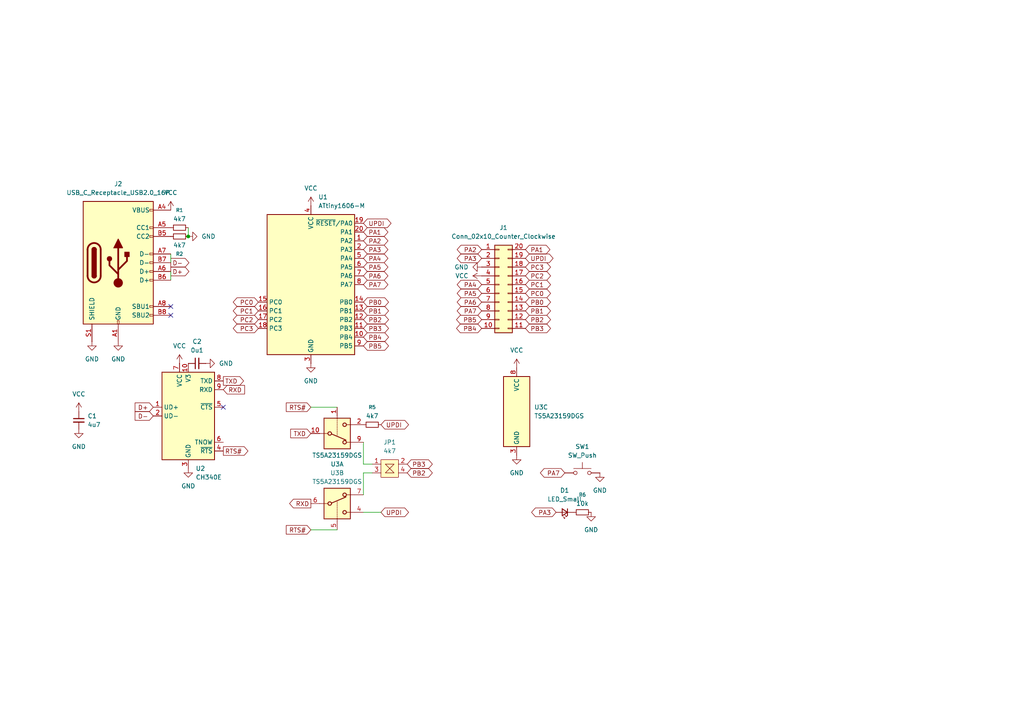
<source format=kicad_sch>
(kicad_sch (version 20250114) (generator "eeschema") (generator_version "9.0")
  (paper "A4")
  (lib_symbols
    (symbol "Analog_Switch:TS5A23159DGS"
      (property "Reference" "U" (at -5.08 8.89 0))
      (property "Value" "TS5A23159DGS" (at -5.08 6.985 0))
      (symbol "TS5A23159DGS_1_1"
        (polyline (pts (xy -5.08 0) (xy -2.794 0)))
        (rectangle (start -3.81 4.445) (end 3.81 -4.445) (stroke (width 0.254)) (fill (type background)))
        (circle (center -2.159 0) (radius 0.508) (stroke (width 0.254)))
        (polyline (pts (xy -1.651 0.127) (xy 2.54 1.905)) (stroke (width 0.254)))
        (polyline (pts (xy 0 0.254) (xy 0 0.508)))
        (polyline (pts (xy 0 -0.254) (xy 0 0)))
        (polyline (pts (xy 0 -0.762) (xy 0 -0.508)))
        (polyline (pts (xy 0 -1.27) (xy 0 -1.016)))
        (polyline (pts (xy 0 -1.778) (xy 0 -1.524)))
        (polyline (pts (xy 0 -2.286) (xy 0 -2.032)))
        (polyline (pts (xy 0 -2.794) (xy 0 -2.54)))
        (polyline (pts (xy 0 -3.302) (xy 0 -3.048)))
        (polyline (pts (xy 0 -3.81) (xy 0 -3.556)))
        (polyline (pts (xy 0 -4.318) (xy 0 -4.064)))
        (polyline (pts (xy 0 -5.08) (xy 0 -4.572)))
        (circle (center 2.159 2.54) (radius 0.508) (stroke (width 0.254)))
        (circle (center 2.159 -2.54) (radius 0.508) (stroke (width 0.254)))
        (polyline (pts (xy 5.08 2.54) (xy 2.794 2.54)))
        (polyline (pts (xy 5.08 -2.54) (xy 2.794 -2.54)))
        (pin passive line (at -7.62 0 0) (length 2.54) (name "~") (number "10"))
        (pin input line (at 0 -7.62 90) (length 2.54) (name "~") (number "1"))
        (pin passive line (at 7.62 2.54 180) (length 2.54) (name "~") (number "9"))
        (pin passive line (at 7.62 -2.54 180) (length 2.54) (name "~") (number "2"))
      )
      (symbol "TS5A23159DGS_2_1"
        (polyline (pts (xy -5.08 0) (xy -2.794 0)))
        (rectangle (start -3.81 4.445) (end 3.81 -4.445) (stroke (width 0.254)) (fill (type background)))
        (circle (center -2.159 0) (radius 0.508) (stroke (width 0.254)))
        (polyline (pts (xy -1.651 0.127) (xy 2.54 1.905)) (stroke (width 0.254)))
        (polyline (pts (xy 0 0.254) (xy 0 0.508)))
        (polyline (pts (xy 0 -0.254) (xy 0 0)))
        (polyline (pts (xy 0 -0.762) (xy 0 -0.508)))
        (polyline (pts (xy 0 -1.27) (xy 0 -1.016)))
        (polyline (pts (xy 0 -1.778) (xy 0 -1.524)))
        (polyline (pts (xy 0 -2.286) (xy 0 -2.032)))
        (polyline (pts (xy 0 -2.794) (xy 0 -2.54)))
        (polyline (pts (xy 0 -3.302) (xy 0 -3.048)))
        (polyline (pts (xy 0 -3.81) (xy 0 -3.556)))
        (polyline (pts (xy 0 -4.318) (xy 0 -4.064)))
        (polyline (pts (xy 0 -5.08) (xy 0 -4.572)))
        (circle (center 2.159 2.54) (radius 0.508) (stroke (width 0.254)))
        (circle (center 2.159 -2.54) (radius 0.508) (stroke (width 0.254)))
        (polyline (pts (xy 5.08 2.54) (xy 2.794 2.54)))
        (polyline (pts (xy 5.08 -2.54) (xy 2.794 -2.54)))
        (pin passive line (at -7.62 0 0) (length 2.54) (name "~") (number "6"))
        (pin input line (at 0 -7.62 90) (length 2.54) (name "~") (number "5"))
        (pin passive line (at 7.62 2.54 180) (length 2.54) (name "~") (number "7"))
        (pin passive line (at 7.62 -2.54 180) (length 2.54) (name "~") (number "4"))
      )
      (symbol "TS5A23159DGS_3_1"
        (rectangle (start -3.81 10.16) (end 3.81 -10.16) (stroke (width 0.254)) (fill (type background)))
        (pin power_in line (at 0 12.7 270) (length 2.54) (name "VCC") (number "8"))
        (pin power_in line (at 0 -12.7 90) (length 2.54) (name "GND") (number "3"))
      )
    )
    (symbol "Connector:USB_C_Receptacle_USB2.0_16P" (pin_names (offset 1.016))
      (property "Reference" "J" (at 0 22.225 0))
      (property "Value" "USB_C_Receptacle_USB2.0_16P" (at 0 19.685 0))
      (symbol "USB_C_Receptacle_USB2.0_16P_0_0"
        (rectangle (start -0.254 -17.78) (end 0.254 -16.764))
        (rectangle (start 10.16 15.494) (end 9.144 14.986))
        (rectangle (start 10.16 10.414) (end 9.144 9.906))
        (rectangle (start 10.16 7.874) (end 9.144 7.366))
        (rectangle (start 10.16 2.794) (end 9.144 2.286))
        (rectangle (start 10.16 0.254) (end 9.144 -0.254))
        (rectangle (start 10.16 -2.286) (end 9.144 -2.794))
        (rectangle (start 10.16 -4.826) (end 9.144 -5.334))
        (rectangle (start 10.16 -12.446) (end 9.144 -12.954))
        (rectangle (start 10.16 -14.986) (end 9.144 -15.494))
      )
      (symbol "USB_C_Receptacle_USB2.0_16P_0_1"
        (rectangle (start -10.16 17.78) (end 10.16 -17.78) (stroke (width 0.254)) (fill (type background)))
        (polyline (pts (xy -8.89 -3.81) (xy -8.89 3.81)) (stroke (width 0.508)))
        (rectangle (start -7.62 -3.81) (end -6.35 3.81) (stroke (width 0.254)) (fill (type outline)))
        (arc (start -7.62 3.81) (mid -6.985 4.4423) (end -6.35 3.81) (stroke (width 0.254)))
        (arc (start -7.62 3.81) (mid -6.985 4.4423) (end -6.35 3.81) (stroke (width 0.254)) (fill (type outline)))
        (arc (start -8.89 3.81) (mid -6.985 5.7067) (end -5.08 3.81) (stroke (width 0.508)))
        (arc (start -5.08 -3.81) (mid -6.985 -5.7067) (end -8.89 -3.81) (stroke (width 0.508)))
        (arc (start -6.35 -3.81) (mid -6.985 -4.4423) (end -7.62 -3.81) (stroke (width 0.254)))
        (arc (start -6.35 -3.81) (mid -6.985 -4.4423) (end -7.62 -3.81) (stroke (width 0.254)) (fill (type outline)))
        (polyline (pts (xy -5.08 3.81) (xy -5.08 -3.81)) (stroke (width 0.508)))
        (circle (center -2.54 1.143) (radius 0.635) (stroke (width 0.254)) (fill (type outline)))
        (polyline (pts (xy -1.27 4.318) (xy 0 6.858) (xy 1.27 4.318) (xy -1.27 4.318)) (stroke (width 0.254)) (fill (type outline)))
        (polyline (pts (xy 0 -2.032) (xy 2.54 0.508) (xy 2.54 1.778)) (stroke (width 0.508)))
        (polyline (pts (xy 0 -3.302) (xy -2.54 -0.762) (xy -2.54 0.508)) (stroke (width 0.508)))
        (polyline (pts (xy 0 -5.842) (xy 0 4.318)) (stroke (width 0.508)))
        (circle (center 0 -5.842) (radius 1.27) (fill (type outline)))
        (rectangle (start 1.905 1.778) (end 3.175 3.048) (stroke (width 0.254)) (fill (type outline)))
      )
      (symbol "USB_C_Receptacle_USB2.0_16P_1_1"
        (pin passive line (at -7.62 -22.86 90) (length 5.08) (name "SHIELD") (number "S1"))
        (pin passive line (at 0 -22.86 90) (length 5.08) (name "GND") (number "A1"))
        (pin passive line (at 0 -22.86 90) (length 5.08) (hide yes) (name "GND") (number "A12"))
        (pin passive line (at 0 -22.86 90) (length 5.08) (hide yes) (name "GND") (number "B1"))
        (pin passive line (at 0 -22.86 90) (length 5.08) (hide yes) (name "GND") (number "B12"))
        (pin passive line (at 15.24 15.24 180) (length 5.08) (name "VBUS") (number "A4"))
        (pin passive line (at 15.24 15.24 180) (length 5.08) (hide yes) (name "VBUS") (number "A9"))
        (pin passive line (at 15.24 15.24 180) (length 5.08) (hide yes) (name "VBUS") (number "B4"))
        (pin passive line (at 15.24 15.24 180) (length 5.08) (hide yes) (name "VBUS") (number "B9"))
        (pin bidirectional line (at 15.24 10.16 180) (length 5.08) (name "CC1") (number "A5"))
        (pin bidirectional line (at 15.24 7.62 180) (length 5.08) (name "CC2") (number "B5"))
        (pin bidirectional line (at 15.24 2.54 180) (length 5.08) (name "D-") (number "A7"))
        (pin bidirectional line (at 15.24 0 180) (length 5.08) (name "D-") (number "B7"))
        (pin bidirectional line (at 15.24 -2.54 180) (length 5.08) (name "D+") (number "A6"))
        (pin bidirectional line (at 15.24 -5.08 180) (length 5.08) (name "D+") (number "B6"))
        (pin bidirectional line (at 15.24 -12.7 180) (length 5.08) (name "SBU1") (number "A8"))
        (pin bidirectional line (at 15.24 -15.24 180) (length 5.08) (name "SBU2") (number "B8"))
      )
    )
    (symbol "Connector_Generic:Conn_02x10_Counter_Clockwise" (pin_names (offset 1.016) (hide yes))
      (property "Reference" "J" (at 1.27 12.7 0))
      (property "Value" "Conn_02x10_Counter_Clockwise" (at 1.27 -15.24 0))
      (symbol "Conn_02x10_Counter_Clockwise_1_1"
        (rectangle (start -1.27 11.43) (end 3.81 -13.97) (stroke (width 0.254)) (fill (type background)))
        (rectangle (start -1.27 10.287) (end 0 10.033) (stroke (width 0.1524)))
        (rectangle (start -1.27 7.747) (end 0 7.493) (stroke (width 0.1524)))
        (rectangle (start -1.27 5.207) (end 0 4.953) (stroke (width 0.1524)))
        (rectangle (start -1.27 2.667) (end 0 2.413) (stroke (width 0.1524)))
        (rectangle (start -1.27 0.127) (end 0 -0.127) (stroke (width 0.1524)))
        (rectangle (start -1.27 -2.413) (end 0 -2.667) (stroke (width 0.1524)))
        (rectangle (start -1.27 -4.953) (end 0 -5.207) (stroke (width 0.1524)))
        (rectangle (start -1.27 -7.493) (end 0 -7.747) (stroke (width 0.1524)))
        (rectangle (start -1.27 -10.033) (end 0 -10.287) (stroke (width 0.1524)))
        (rectangle (start -1.27 -12.573) (end 0 -12.827) (stroke (width 0.1524)))
        (rectangle (start 3.81 10.287) (end 2.54 10.033) (stroke (width 0.1524)))
        (rectangle (start 3.81 7.747) (end 2.54 7.493) (stroke (width 0.1524)))
        (rectangle (start 3.81 5.207) (end 2.54 4.953) (stroke (width 0.1524)))
        (rectangle (start 3.81 2.667) (end 2.54 2.413) (stroke (width 0.1524)))
        (rectangle (start 3.81 0.127) (end 2.54 -0.127) (stroke (width 0.1524)))
        (rectangle (start 3.81 -2.413) (end 2.54 -2.667) (stroke (width 0.1524)))
        (rectangle (start 3.81 -4.953) (end 2.54 -5.207) (stroke (width 0.1524)))
        (rectangle (start 3.81 -7.493) (end 2.54 -7.747) (stroke (width 0.1524)))
        (rectangle (start 3.81 -10.033) (end 2.54 -10.287) (stroke (width 0.1524)))
        (rectangle (start 3.81 -12.573) (end 2.54 -12.827) (stroke (width 0.1524)))
        (pin passive line (at -5.08 10.16 0) (length 3.81) (name "Pin_1") (number "1"))
        (pin passive line (at -5.08 7.62 0) (length 3.81) (name "Pin_2") (number "2"))
        (pin passive line (at -5.08 5.08 0) (length 3.81) (name "Pin_3") (number "3"))
        (pin passive line (at -5.08 2.54 0) (length 3.81) (name "Pin_4") (number "4"))
        (pin passive line (at -5.08 0 0) (length 3.81) (name "Pin_5") (number "5"))
        (pin passive line (at -5.08 -2.54 0) (length 3.81) (name "Pin_6") (number "6"))
        (pin passive line (at -5.08 -5.08 0) (length 3.81) (name "Pin_7") (number "7"))
        (pin passive line (at -5.08 -7.62 0) (length 3.81) (name "Pin_8") (number "8"))
        (pin passive line (at -5.08 -10.16 0) (length 3.81) (name "Pin_9") (number "9"))
        (pin passive line (at -5.08 -12.7 0) (length 3.81) (name "Pin_10") (number "10"))
        (pin passive line (at 7.62 10.16 180) (length 3.81) (name "Pin_20") (number "20"))
        (pin passive line (at 7.62 7.62 180) (length 3.81) (name "Pin_19") (number "19"))
        (pin passive line (at 7.62 5.08 180) (length 3.81) (name "Pin_18") (number "18"))
        (pin passive line (at 7.62 2.54 180) (length 3.81) (name "Pin_17") (number "17"))
        (pin passive line (at 7.62 0 180) (length 3.81) (name "Pin_16") (number "16"))
        (pin passive line (at 7.62 -2.54 180) (length 3.81) (name "Pin_15") (number "15"))
        (pin passive line (at 7.62 -5.08 180) (length 3.81) (name "Pin_14") (number "14"))
        (pin passive line (at 7.62 -7.62 180) (length 3.81) (name "Pin_13") (number "13"))
        (pin passive line (at 7.62 -10.16 180) (length 3.81) (name "Pin_12") (number "12"))
        (pin passive line (at 7.62 -12.7 180) (length 3.81) (name "Pin_11") (number "11"))
      )
    )
    (symbol "Device:C_Small" (pin_numbers (hide yes)) (pin_names (offset 0.254) (hide yes))
      (property "Reference" "C" (at 0.254 1.778 0))
      (property "Value" "C_Small" (at 0.254 -2.032 0))
      (symbol "C_Small_0_1"
        (polyline (pts (xy -1.524 0.508) (xy 1.524 0.508)) (stroke (width 0.3048)))
        (polyline (pts (xy -1.524 -0.508) (xy 1.524 -0.508)) (stroke (width 0.3302)))
      )
      (symbol "C_Small_1_1"
        (pin passive line (at 0 2.54 270) (length 2.032) (name "~") (number "1"))
        (pin passive line (at 0 -2.54 90) (length 2.032) (name "~") (number "2"))
      )
    )
    (symbol "Device:LED_Small" (pin_numbers (hide yes)) (pin_names (offset 0.254) (hide yes))
      (property "Reference" "D" (at -1.27 3.175 0))
      (property "Value" "LED_Small" (at -4.445 -2.54 0))
      (symbol "LED_Small_0_1"
        (polyline (pts (xy -0.762 -1.016) (xy -0.762 1.016)) (stroke (width 0.254)))
        (polyline (pts (xy 0 0.762) (xy -0.508 1.27) (xy -0.254 1.27) (xy -0.508 1.27) (xy -0.508 1.016)))
        (polyline (pts (xy 0.508 1.27) (xy 0 1.778) (xy 0.254 1.778) (xy 0 1.778) (xy 0 1.524)))
        (polyline (pts (xy 0.762 -1.016) (xy -0.762 0) (xy 0.762 1.016) (xy 0.762 -1.016)) (stroke (width 0.254)))
        (polyline (pts (xy 1.016 0) (xy -0.762 0)))
      )
      (symbol "LED_Small_1_1"
        (pin passive line (at -2.54 0 0) (length 1.778) (name "K") (number "1"))
        (pin passive line (at 2.54 0 180) (length 1.778) (name "A") (number "2"))
      )
    )
    (symbol "Device:R_Small" (pin_numbers (hide yes)) (pin_names (offset 0.254) (hide yes))
      (property "Reference" "R" (at 0 0 90))
      (property "Value" "R_Small" (at 1.778 0 90))
      (symbol "R_Small_0_1"
        (rectangle (start -0.762 1.778) (end 0.762 -1.778) (stroke (width 0.2032)))
      )
      (symbol "R_Small_1_1"
        (pin passive line (at 0 2.54 270) (length 0.762) (name "~") (number "1"))
        (pin passive line (at 0 -2.54 90) (length 0.762) (name "~") (number "2"))
      )
    )
    (symbol "Interface_USB:CH340E"
      (property "Reference" "U" (at -5.08 13.97 0))
      (property "Value" "CH340E" (at 1.27 13.97 0))
      (symbol "CH340E_0_1"
        (rectangle (start -7.62 12.7) (end 7.62 -12.7) (stroke (width 0.254)) (fill (type background)))
      )
      (symbol "CH340E_1_1"
        (pin bidirectional line (at -10.16 2.54 0) (length 2.54) (name "UD+") (number "1"))
        (pin bidirectional line (at -10.16 0 0) (length 2.54) (name "UD-") (number "2"))
        (pin power_in line (at -2.54 15.24 270) (length 2.54) (name "VCC") (number "7"))
        (pin power_out line (at 0 15.24 270) (length 2.54) (name "V3") (number "10"))
        (pin power_in line (at 0 -15.24 90) (length 2.54) (name "GND") (number "3"))
        (pin output line (at 10.16 10.16 180) (length 2.54) (name "TXD") (number "8"))
        (pin input line (at 10.16 7.62 180) (length 2.54) (name "RXD") (number "9"))
        (pin input line (at 10.16 2.54 180) (length 2.54) (name "~{CTS}") (number "5"))
        (pin output line (at 10.16 -7.62 180) (length 2.54) (name "TNOW") (number "6"))
        (pin output line (at 10.16 -10.16 180) (length 2.54) (name "~{RTS}") (number "4"))
      )
    )
    (symbol "Library:pokayoke"
      (property "Reference" "JP" (at 1.27 3.81 0))
      (property "Value" "pokayoke" (at 1.27 2.54 0))
      (symbol "pokayoke_0_1"
        (polyline (pts (xy 0 0) (xy 2.54 0) (xy 0 -2.54) (xy 2.54 -2.54) (xy 0 0)))
        (polyline (pts (xy 0 -2.54) (xy 0 -2.54)))
      )
      (symbol "pokayoke_1_1"
        (rectangle (start -1.27 1.27) (end 3.81 -3.81) (fill (type background)))
        (pin bidirectional line (at -3.81 0 0) (length 2.54) (name "") (number "1"))
        (pin bidirectional line (at -3.81 -2.54 0) (length 2.54) (name "") (number "3"))
        (pin bidirectional line (at 6.35 0 180) (length 2.54) (name "") (number "2"))
        (pin bidirectional line (at 6.35 -2.54 180) (length 2.54) (name "") (number "4"))
      )
    )
    (symbol "MCU_Microchip_ATtiny:ATtiny1606-M"
      (property "Reference" "U" (at -12.7 21.59 0))
      (property "Value" "ATtiny1606-M" (at 2.54 -21.59 0))
      (symbol "ATtiny1606-M_0_1"
        (rectangle (start -12.7 -20.32) (end 12.7 20.32) (stroke (width 0.254)) (fill (type background)))
      )
      (symbol "ATtiny1606-M_1_1"
        (pin bidirectional line (at -15.24 -5.08 0) (length 2.54) (name "PC0") (number "15"))
        (pin bidirectional line (at -15.24 -7.62 0) (length 2.54) (name "PC1") (number "16"))
        (pin bidirectional line (at -15.24 -10.16 0) (length 2.54) (name "PC2") (number "17"))
        (pin bidirectional line (at -15.24 -12.7 0) (length 2.54) (name "PC3") (number "18"))
        (pin power_in line (at 0 22.86 270) (length 2.54) (name "VCC") (number "4"))
        (pin passive line (at 0 -22.86 90) (length 2.54) (hide yes) (name "GND") (number "21"))
        (pin power_in line (at 0 -22.86 90) (length 2.54) (name "GND") (number "3"))
        (pin bidirectional line (at 15.24 17.78 180) (length 2.54) (name "~{RESET}/PA0") (number "19"))
        (pin bidirectional line (at 15.24 15.24 180) (length 2.54) (name "PA1") (number "20"))
        (pin bidirectional line (at 15.24 12.7 180) (length 2.54) (name "PA2") (number "1"))
        (pin bidirectional line (at 15.24 10.16 180) (length 2.54) (name "PA3") (number "2"))
        (pin bidirectional line (at 15.24 7.62 180) (length 2.54) (name "PA4") (number "5"))
        (pin bidirectional line (at 15.24 5.08 180) (length 2.54) (name "PA5") (number "6"))
        (pin bidirectional line (at 15.24 2.54 180) (length 2.54) (name "PA6") (number "7"))
        (pin bidirectional line (at 15.24 0 180) (length 2.54) (name "PA7") (number "8"))
        (pin bidirectional line (at 15.24 -5.08 180) (length 2.54) (name "PB0") (number "14"))
        (pin bidirectional line (at 15.24 -7.62 180) (length 2.54) (name "PB1") (number "13"))
        (pin bidirectional line (at 15.24 -10.16 180) (length 2.54) (name "PB2") (number "12"))
        (pin bidirectional line (at 15.24 -12.7 180) (length 2.54) (name "PB3") (number "11"))
        (pin bidirectional line (at 15.24 -15.24 180) (length 2.54) (name "PB4") (number "10"))
        (pin bidirectional line (at 15.24 -17.78 180) (length 2.54) (name "PB5") (number "9"))
      )
    )
    (symbol "Switch:SW_Push" (pin_numbers (hide yes)) (pin_names (offset 1.016) (hide yes))
      (property "Reference" "SW" (at 1.27 2.54 0))
      (property "Value" "SW_Push" (at 0 -1.524 0))
      (symbol "SW_Push_0_1"
        (circle (center -2.032 0) (radius 0.508))
        (polyline (pts (xy 0 1.27) (xy 0 3.048)))
        (circle (center 2.032 0) (radius 0.508))
        (polyline (pts (xy 2.54 1.27) (xy -2.54 1.27)))
        (pin passive line (at -5.08 0 0) (length 2.54) (name "1") (number "1"))
        (pin passive line (at 5.08 0 180) (length 2.54) (name "2") (number "2"))
      )
    )
    (symbol "power:GND" (power) (pin_numbers (hide yes)) (pin_names (offset 0) (hide yes))
      (property "Value" "GND" (at 0 -3.81 0))
      (symbol "GND_0_1"
        (polyline (pts (xy 0 0) (xy 0 -1.27) (xy 1.27 -1.27) (xy 0 -2.54) (xy -1.27 -1.27) (xy 0 -1.27)))
      )
      (symbol "GND_1_1"
        (pin power_in line (at 0 0 270) (length 0) (name "~") (number "1"))
      )
    )
    (symbol "power:VCC" (power) (pin_numbers (hide yes)) (pin_names (offset 0) (hide yes))
      (property "Value" "VCC" (at 0 3.556 0))
      (symbol "VCC_0_1"
        (polyline (pts (xy -0.762 1.27) (xy 0 2.54)))
        (polyline (pts (xy 0 2.54) (xy 0.762 1.27)))
        (polyline (pts (xy 0 0) (xy 0 2.54)))
      )
      (symbol "VCC_1_1"
        (pin power_in line (at 0 0 90) (length 0) (name "~") (number "1"))
      )
    )
  )
  (junction (at 54.61 68.58))
  (no_connect (at 49.53 91.44))
  (no_connect (at 64.77 118.11))
  (no_connect (at 49.53 88.9))
  (wire (pts (xy 105.41 128.27) (xy 105.41 134.62)))
  (wire (pts (xy 49.53 73.66) (xy 49.53 76.2)))
  (wire (pts (xy 110.49 148.59) (xy 105.41 148.59)))
  (wire (pts (xy 49.53 78.74) (xy 49.53 81.28)))
  (wire (pts (xy 90.17 153.67) (xy 97.79 153.67)))
  (wire (pts (xy 90.17 118.11) (xy 97.79 118.11)))
  (wire (pts (xy 105.41 137.16) (xy 107.95 137.16)))
  (wire (pts (xy 105.41 134.62) (xy 107.95 134.62)))
  (wire (pts (xy 54.61 66.04) (xy 54.61 68.58)))
  (wire (pts (xy 105.41 143.51) (xy 105.41 137.16)))
  (global_label "PB5" (shape bidirectional) (at 105.41 100.33 0) (property "Intersheetrefs" "${INTERSHEET_REFS}" (effects (hide yes))))
  (global_label "D+" (shape input) (at 44.45 118.11 180) (property "Intersheetrefs" "${INTERSHEET_REFS}" (effects (hide yes))))
  (global_label "UPDI" (shape bidirectional) (at 110.49 123.19 0) (property "Intersheetrefs" "${INTERSHEET_REFS}" (effects (hide yes))))
  (global_label "PC2" (shape bidirectional) (at 152.4 80.01 0) (property "Intersheetrefs" "${INTERSHEET_REFS}" (effects (hide yes))))
  (global_label "PB3" (shape bidirectional) (at 152.4 95.25 0) (property "Intersheetrefs" "${INTERSHEET_REFS}" (effects (hide yes))))
  (global_label "PA7" (shape bidirectional) (at 105.41 82.55 0) (property "Intersheetrefs" "${INTERSHEET_REFS}" (effects (hide yes))))
  (global_label "RTS#" (shape output) (at 64.77 130.81 0) (property "Intersheetrefs" "${INTERSHEET_REFS}" (effects (hide yes))))
  (global_label "TXD" (shape output) (at 64.77 110.49 0) (property "Intersheetrefs" "${INTERSHEET_REFS}" (effects (hide yes))))
  (global_label "PB1" (shape bidirectional) (at 152.4 90.17 0) (property "Intersheetrefs" "${INTERSHEET_REFS}" (effects (hide yes))))
  (global_label "UPDI" (shape bidirectional) (at 152.4 74.93 0) (property "Intersheetrefs" "${INTERSHEET_REFS}" (effects (hide yes))))
  (global_label "RXD" (shape output) (at 90.17 146.05 180) (property "Intersheetrefs" "${INTERSHEET_REFS}" (effects (hide yes))))
  (global_label "PB3" (shape bidirectional) (at 105.41 95.25 0) (property "Intersheetrefs" "${INTERSHEET_REFS}" (effects (hide yes))))
  (global_label "PB2" (shape bidirectional) (at 118.11 137.16 0) (property "Intersheetrefs" "${INTERSHEET_REFS}" (effects (hide yes))))
  (global_label "PA6" (shape bidirectional) (at 105.41 80.01 0) (property "Intersheetrefs" "${INTERSHEET_REFS}" (effects (hide yes))))
  (global_label "PA6" (shape bidirectional) (at 139.7 87.63 180) (property "Intersheetrefs" "${INTERSHEET_REFS}" (effects (hide yes))))
  (global_label "TXD" (shape input) (at 90.17 125.73 180) (property "Intersheetrefs" "${INTERSHEET_REFS}" (effects (hide yes))))
  (global_label "PC0" (shape bidirectional) (at 74.93 87.63 180) (property "Intersheetrefs" "${INTERSHEET_REFS}" (effects (hide yes))))
  (global_label "D-" (shape input) (at 44.45 120.65 180) (property "Intersheetrefs" "${INTERSHEET_REFS}" (effects (hide yes))))
  (global_label "PC3" (shape bidirectional) (at 152.4 77.47 0) (property "Intersheetrefs" "${INTERSHEET_REFS}" (effects (hide yes))))
  (global_label "PC0" (shape bidirectional) (at 152.4 85.09 0) (property "Intersheetrefs" "${INTERSHEET_REFS}" (effects (hide yes))))
  (global_label "PB2" (shape bidirectional) (at 105.41 92.71 0) (property "Intersheetrefs" "${INTERSHEET_REFS}" (effects (hide yes))))
  (global_label "PA2" (shape bidirectional) (at 139.7 72.39 180) (property "Intersheetrefs" "${INTERSHEET_REFS}" (effects (hide yes))))
  (global_label "PC1" (shape bidirectional) (at 152.4 82.55 0) (property "Intersheetrefs" "${INTERSHEET_REFS}" (effects (hide yes))))
  (global_label "PA1" (shape bidirectional) (at 105.41 67.31 0) (property "Intersheetrefs" "${INTERSHEET_REFS}" (effects (hide yes))))
  (global_label "PA1" (shape bidirectional) (at 152.4 72.39 0) (property "Intersheetrefs" "${INTERSHEET_REFS}" (effects (hide yes))))
  (global_label "PC3" (shape bidirectional) (at 74.93 95.25 180) (property "Intersheetrefs" "${INTERSHEET_REFS}" (effects (hide yes))))
  (global_label "PA4" (shape bidirectional) (at 105.41 74.93 0) (property "Intersheetrefs" "${INTERSHEET_REFS}" (effects (hide yes))))
  (global_label "PB4" (shape bidirectional) (at 139.7 95.25 180) (property "Intersheetrefs" "${INTERSHEET_REFS}" (effects (hide yes))))
  (global_label "PA5" (shape bidirectional) (at 105.41 77.47 0) (property "Intersheetrefs" "${INTERSHEET_REFS}" (effects (hide yes))))
  (global_label "PA2" (shape bidirectional) (at 105.41 69.85 0) (property "Intersheetrefs" "${INTERSHEET_REFS}" (effects (hide yes))))
  (global_label "PA7" (shape bidirectional) (at 163.83 137.16 180) (property "Intersheetrefs" "${INTERSHEET_REFS}" (effects (hide yes))))
  (global_label "RTS#" (shape input) (at 90.17 153.67 180) (property "Intersheetrefs" "${INTERSHEET_REFS}" (effects (hide yes))))
  (global_label "PB1" (shape bidirectional) (at 105.41 90.17 0) (property "Intersheetrefs" "${INTERSHEET_REFS}" (effects (hide yes))))
  (global_label "PB4" (shape bidirectional) (at 105.41 97.79 0) (property "Intersheetrefs" "${INTERSHEET_REFS}" (effects (hide yes))))
  (global_label "RXD" (shape input) (at 64.77 113.03 0) (property "Intersheetrefs" "${INTERSHEET_REFS}" (effects (hide yes))))
  (global_label "PB3" (shape bidirectional) (at 118.11 134.62 0) (property "Intersheetrefs" "${INTERSHEET_REFS}" (effects (hide yes))))
  (global_label "PB0" (shape bidirectional) (at 152.4 87.63 0) (property "Intersheetrefs" "${INTERSHEET_REFS}" (effects (hide yes))))
  (global_label "PB0" (shape bidirectional) (at 105.41 87.63 0) (property "Intersheetrefs" "${INTERSHEET_REFS}" (effects (hide yes))))
  (global_label "PB5" (shape bidirectional) (at 139.7 92.71 180) (property "Intersheetrefs" "${INTERSHEET_REFS}" (effects (hide yes))))
  (global_label "PC1" (shape bidirectional) (at 74.93 90.17 180) (property "Intersheetrefs" "${INTERSHEET_REFS}" (effects (hide yes))))
  (global_label "RTS#" (shape input) (at 90.17 118.11 180) (property "Intersheetrefs" "${INTERSHEET_REFS}" (effects (hide yes))))
  (global_label "PA5" (shape bidirectional) (at 139.7 85.09 180) (property "Intersheetrefs" "${INTERSHEET_REFS}" (effects (hide yes))))
  (global_label "UPDI" (shape bidirectional) (at 110.49 148.59 0) (property "Intersheetrefs" "${INTERSHEET_REFS}" (effects (hide yes))))
  (global_label "PA7" (shape bidirectional) (at 139.7 90.17 180) (property "Intersheetrefs" "${INTERSHEET_REFS}" (effects (hide yes))))
  (global_label "PA3" (shape bidirectional) (at 105.41 72.39 0) (property "Intersheetrefs" "${INTERSHEET_REFS}" (effects (hide yes))))
  (global_label "PB2" (shape bidirectional) (at 152.4 92.71 0) (property "Intersheetrefs" "${INTERSHEET_REFS}" (effects (hide yes))))
  (global_label "D+" (shape output) (at 49.53 78.74 0) (property "Intersheetrefs" "${INTERSHEET_REFS}" (effects (hide yes))))
  (global_label "D-" (shape output) (at 49.53 76.2 0) (property "Intersheetrefs" "${INTERSHEET_REFS}" (effects (hide yes))))
  (global_label "PA3" (shape bidirectional) (at 139.7 74.93 180) (property "Intersheetrefs" "${INTERSHEET_REFS}" (effects (hide yes))))
  (global_label "UPDI" (shape bidirectional) (at 105.41 64.77 0) (property "Intersheetrefs" "${INTERSHEET_REFS}" (effects (hide yes))))
  (global_label "PA3" (shape bidirectional) (at 161.29 148.59 180) (property "Intersheetrefs" "${INTERSHEET_REFS}" (effects (hide yes))))
  (global_label "PC2" (shape bidirectional) (at 74.93 92.71 180) (property "Intersheetrefs" "${INTERSHEET_REFS}" (effects (hide yes))))
  (global_label "PA4" (shape bidirectional) (at 139.7 82.55 180) (property "Intersheetrefs" "${INTERSHEET_REFS}" (effects (hide yes))))
  (symbol (lib_id "power:GND") (at 54.61 68.58 90) (unit 1)
    (property "Reference" "#PWR08" (effects (hide yes)))
    (property "Value" "GND" (at 58.42 68.5799 90) (effects (justify right)))
    (property "Description" "Power symbol creates a global label with name \"GND\" , ground" (effects (hide yes)))
  )
  (symbol (lib_id "power:GND") (at 173.99 137.16 0) (unit 1)
    (property "Reference" "#PWR017" (effects (hide yes)))
    (property "Value" "GND" (at 173.99 142.24 0))
    (property "Description" "Power symbol creates a global label with name \"GND\" , ground" (effects (hide yes)))
  )
  (symbol (lib_id "power:GND") (at 54.61 135.89 0) (unit 1)
    (property "Reference" "#PWR012" (effects (hide yes)))
    (property "Value" "GND" (at 54.61 140.97 0))
    (property "Description" "Power symbol creates a global label with name \"GND\" , ground" (effects (hide yes)))
  )
  (symbol (lib_id "power:GND") (at 59.69 105.41 90) (unit 1)
    (property "Reference" "#PWR013" (effects (hide yes)))
    (property "Value" "GND" (at 63.5 105.4099 90) (effects (justify right)))
    (property "Description" "Power symbol creates a global label with name \"GND\" , ground" (effects (hide yes)))
  )
  (symbol (lib_id "power:GND") (at 171.45 148.59 0) (unit 1)
    (property "Reference" "#PWR016" (effects (hide yes)))
    (property "Value" "GND" (at 171.45 153.67 0))
    (property "Description" "Power symbol creates a global label with name \"GND\" , ground" (effects (hide yes)))
  )
  (symbol (lib_id "power:VCC") (at 139.7 80.01 90) (unit 1)
    (property "Reference" "#PWR02" (effects (hide yes)))
    (property "Value" "VCC" (at 135.89 80.0099 90) (effects (justify left)))
    (property "Description" "Power symbol creates a global label with name \"VCC\"" (effects (hide yes)))
  )
  (symbol (lib_id "power:VCC") (at 22.86 119.38 0) (unit 1)
    (property "Reference" "#PWR09" (effects (hide yes)))
    (property "Value" "VCC" (at 22.86 114.3 0))
    (property "Description" "Power symbol creates a global label with name \"VCC\"" (effects (hide yes)))
  )
  (symbol (lib_id "Analog_Switch:TS5A23159DGS") (at 97.79 125.73 0) (mirror x) (unit 1)
    (property "Reference" "U3" (at 97.79 134.62 0))
    (property "Value" "TS5A23159DGS" (at 97.79 132.08 0))
    (property "Footprint" "Package_SO:VSSOP-10_3x3mm_P0.5mm" (effects (hide yes)))
    (property "Datasheet" "http://www.ti.com/lit/ds/symlink/ts5a23159.pdf" (effects (hide yes)))
    (property "Description" "Dual SPDT 1ohm Bidirectional Analog Switch with Off protection, VSSOP-10" (effects (hide yes)))
  )
  (symbol (lib_id "power:VCC") (at 149.86 106.68 0) (unit 1)
    (property "Reference" "#PWR014" (effects (hide yes)))
    (property "Value" "VCC" (at 149.86 101.6 0))
    (property "Description" "Power symbol creates a global label with name \"VCC\"" (effects (hide yes)))
  )
  (symbol (lib_id "power:GND") (at 22.86 124.46 0) (unit 1)
    (property "Reference" "#PWR010" (effects (hide yes)))
    (property "Value" "GND" (at 22.86 129.54 0))
    (property "Description" "Power symbol creates a global label with name \"GND\" , ground" (effects (hide yes)))
  )
  (symbol (lib_id "Analog_Switch:TS5A23159DGS") (at 149.86 119.38 0) (unit 3)
    (property "Reference" "U3" (at 154.94 118.1099 0) (effects (justify left)))
    (property "Value" "TS5A23159DGS" (at 154.94 120.6499 0) (effects (justify left)))
    (property "Footprint" "Package_SO:VSSOP-10_3x3mm_P0.5mm" (effects (hide yes)))
    (property "Datasheet" "http://www.ti.com/lit/ds/symlink/ts5a23159.pdf" (effects (hide yes)))
    (property "Description" "Dual SPDT 1ohm Bidirectional Analog Switch with Off protection, VSSOP-10" (effects (hide yes)))
  )
  (symbol (lib_id "power:GND") (at 26.67 99.06 0) (unit 1)
    (property "Reference" "#PWR06" (effects (hide yes)))
    (property "Value" "GND" (at 26.67 104.14 0))
    (property "Description" "Power symbol creates a global label with name \"GND\" , ground" (effects (hide yes)))
  )
  (symbol (lib_id "power:GND") (at 149.86 132.08 0) (unit 1)
    (property "Reference" "#PWR015" (effects (hide yes)))
    (property "Value" "GND" (at 149.86 137.16 0))
    (property "Description" "Power symbol creates a global label with name \"GND\" , ground" (effects (hide yes)))
  )
  (symbol (lib_id "Library:pokayoke") (at 111.76 134.62 0) (unit 1)
    (property "Reference" "JP1" (at 113.03 128.27 0))
    (property "Value" "4k7" (at 113.03 130.81 0))
    (property "Footprint" "Library:pokayoke_1608" (effects (hide yes)))
  )
  (symbol (lib_id "Connector:USB_C_Receptacle_USB2.0_16P") (at 34.29 76.2 0) (unit 1)
    (property "Reference" "J2" (at 34.29 53.34 0))
    (property "Value" "USB_C_Receptacle_USB2.0_16P" (at 34.29 55.88 0))
    (property "Footprint" "Connector_USB:USB_C_Receptacle_GCT_USB4105-xx-A_16P_TopMnt_Horizontal" (effects (hide yes)))
    (property "Datasheet" "https://www.usb.org/sites/default/files/documents/usb_type-c.zip" (effects (hide yes)))
    (property "Description" "USB 2.0-only 16P Type-C Receptacle connector" (effects (hide yes)))
  )
  (symbol (lib_id "Switch:SW_Push") (at 168.91 137.16 0) (unit 1)
    (property "Reference" "SW1" (at 168.91 129.54 0))
    (property "Value" "SW_Push" (at 168.91 132.08 0))
    (property "Footprint" "Library:alps-skrp" (effects (hide yes)))
    (property "Description" "Push button switch, generic, two pins" (effects (hide yes)))
  )
  (symbol (lib_id "Device:LED_Small") (at 163.83 148.59 180) (unit 1)
    (property "Reference" "D1" (at 163.7665 142.24 0))
    (property "Value" "LED_Small" (at 163.7665 144.78 0))
    (property "Footprint" "LED_SMD:LED_0603_1608Metric" (effects (hide yes)))
    (property "Description" "Light emitting diode, small symbol" (effects (hide yes)))
    (property "Sim.Pin" "1=K 2=A" (effects (hide yes)))
  )
  (symbol (lib_id "power:VCC") (at 90.17 59.69 0) (unit 1)
    (property "Reference" "#PWR01" (effects (hide yes)))
    (property "Value" "VCC" (at 90.17 54.61 0))
    (property "Description" "Power symbol creates a global label with name \"VCC\"" (effects (hide yes)))
  )
  (symbol (lib_id "Device:R_Small") (at 52.07 66.04 90) (unit 1)
    (property "Reference" "R1" (at 52.07 60.96 90) (effects (font (size 1.016 1.016))))
    (property "Value" "4k7" (at 52.07 63.5 90))
    (property "Footprint" "Resistor_SMD:R_0603_1608Metric" (effects (hide yes)))
    (property "Description" "Resistor, small symbol" (effects (hide yes)))
  )
  (symbol (lib_id "Device:R_Small") (at 107.95 123.19 90) (unit 1)
    (property "Reference" "R5" (at 107.95 118.11 90) (effects (font (size 1.016 1.016))))
    (property "Value" "4k7" (at 107.95 120.65 90))
    (property "Footprint" "Resistor_SMD:R_0603_1608Metric" (effects (hide yes)))
    (property "Description" "Resistor, small symbol" (effects (hide yes)))
  )
  (symbol (lib_id "power:VCC") (at 52.07 105.41 0) (unit 1)
    (property "Reference" "#PWR011" (effects (hide yes)))
    (property "Value" "VCC" (at 52.07 100.33 0))
    (property "Description" "Power symbol creates a global label with name \"VCC\"" (effects (hide yes)))
  )
  (symbol (lib_id "Device:R_Small") (at 168.91 148.59 90) (unit 1)
    (property "Reference" "R6" (at 168.91 143.51 90) (effects (font (size 1.016 1.016))))
    (property "Value" "10k" (at 168.91 146.05 90))
    (property "Footprint" "Resistor_SMD:R_0603_1608Metric" (effects (hide yes)))
    (property "Description" "Resistor, small symbol" (effects (hide yes)))
  )
  (symbol (lib_id "Analog_Switch:TS5A23159DGS") (at 97.79 146.05 0) (unit 2)
    (property "Reference" "U3" (at 97.79 137.16 0))
    (property "Value" "TS5A23159DGS" (at 97.79 139.7 0))
    (property "Footprint" "Package_SO:VSSOP-10_3x3mm_P0.5mm" (effects (hide yes)))
    (property "Datasheet" "http://www.ti.com/lit/ds/symlink/ts5a23159.pdf" (effects (hide yes)))
    (property "Description" "Dual SPDT 1ohm Bidirectional Analog Switch with Off protection, VSSOP-10" (effects (hide yes)))
  )
  (symbol (lib_id "Device:C_Small") (at 57.15 105.41 90) (unit 1)
    (property "Reference" "C2" (at 57.1563 99.06 90))
    (property "Value" "0u1" (at 57.1563 101.6 90))
    (property "Footprint" "Capacitor_SMD:C_0603_1608Metric" (effects (hide yes)))
    (property "Description" "Unpolarized capacitor, small symbol" (effects (hide yes)))
  )
  (symbol (lib_id "power:GND") (at 90.17 105.41 0) (unit 1)
    (property "Reference" "#PWR04" (effects (hide yes)))
    (property "Value" "GND" (at 90.17 110.49 0))
    (property "Description" "Power symbol creates a global label with name \"GND\" , ground" (effects (hide yes)))
  )
  (symbol (lib_id "Interface_USB:CH340E") (at 54.61 120.65 0) (unit 1)
    (property "Reference" "U2" (at 56.7533 135.89 0) (effects (justify left)))
    (property "Value" "CH340E" (at 56.7533 138.43 0) (effects (justify left)))
    (property "Footprint" "Package_SO:MSOP-10_3x3mm_P0.5mm" (effects (hide yes)))
    (property "Datasheet" "https://www.mpja.com/download/35227cpdata.pdf" (effects (hide yes)))
    (property "Description" "USB serial converter, UART, MSOP-10" (effects (hide yes)))
  )
  (symbol (lib_id "power:GND") (at 139.7 77.47 270) (unit 1)
    (property "Reference" "#PWR03" (effects (hide yes)))
    (property "Value" "GND" (at 135.89 77.4699 90) (effects (justify right)))
    (property "Description" "Power symbol creates a global label with name \"GND\" , ground" (effects (hide yes)))
  )
  (symbol (lib_id "MCU_Microchip_ATtiny:ATtiny1606-M") (at 90.17 82.55 0) (unit 1)
    (property "Reference" "U1" (at 92.3133 57.15 0) (effects (justify left)))
    (property "Value" "ATtiny1606-M" (at 92.3133 59.69 0) (effects (justify left)))
    (property "Footprint" "Package_DFN_QFN:VQFN-20-1EP_3x3mm_P0.4mm_EP1.7x1.7mm" (effects (hide yes)))
    (property "Datasheet" "http://ww1.microchip.com/downloads/en/DeviceDoc/ATtiny806_1606_Data_Sheet_40002029A.pdf" (effects (hide yes)))
    (property "Description" "20MHz, 16kB Flash, 1kB SRAM, 256B EEPROM, VQFN-20" (effects (hide yes)))
  )
  (symbol (lib_id "power:GND") (at 34.29 99.06 0) (unit 1)
    (property "Reference" "#PWR05" (effects (hide yes)))
    (property "Value" "GND" (at 34.29 104.14 0))
    (property "Description" "Power symbol creates a global label with name \"GND\" , ground" (effects (hide yes)))
  )
  (symbol (lib_id "Connector_Generic:Conn_02x10_Counter_Clockwise") (at 144.78 82.55 0) (unit 1)
    (property "Reference" "J1" (at 146.05 66.04 0))
    (property "Value" "Conn_02x10_Counter_Clockwise" (at 146.05 68.58 0))
    (property "Footprint" "Package_DIP:DIP-20_W7.62mm_Socket" (effects (hide yes)))
    (property "Description" "Generic connector, double row, 02x10, counter clockwise pin numbering scheme (similar to DIP package numbering), script generated (kicad-library-utils/schlib/autogen/connector/)" (effects (hide yes)))
  )
  (symbol (lib_id "Device:R_Small") (at 52.07 68.58 90) (mirror x) (unit 1)
    (property "Reference" "R2" (at 52.07 73.66 90) (effects (font (size 1.016 1.016))))
    (property "Value" "4k7" (at 52.07 71.12 90))
    (property "Footprint" "Resistor_SMD:R_0603_1608Metric" (effects (hide yes)))
    (property "Description" "Resistor, small symbol" (effects (hide yes)))
  )
  (symbol (lib_id "Device:C_Small") (at 22.86 121.92 0) (unit 1)
    (property "Reference" "C1" (at 25.4 120.6562 0) (effects (justify left)))
    (property "Value" "4u7" (at 25.4 123.1962 0) (effects (justify left)))
    (property "Footprint" "Capacitor_SMD:C_0603_1608Metric" (effects (hide yes)))
    (property "Description" "Unpolarized capacitor, small symbol" (effects (hide yes)))
  )
  (symbol (lib_id "power:VCC") (at 49.53 60.96 0) (unit 1)
    (property "Reference" "#PWR07" (effects (hide yes)))
    (property "Value" "VCC" (at 49.53 55.88 0))
    (property "Description" "Power symbol creates a global label with name \"VCC\"" (effects (hide yes)))
  )
)
</source>
